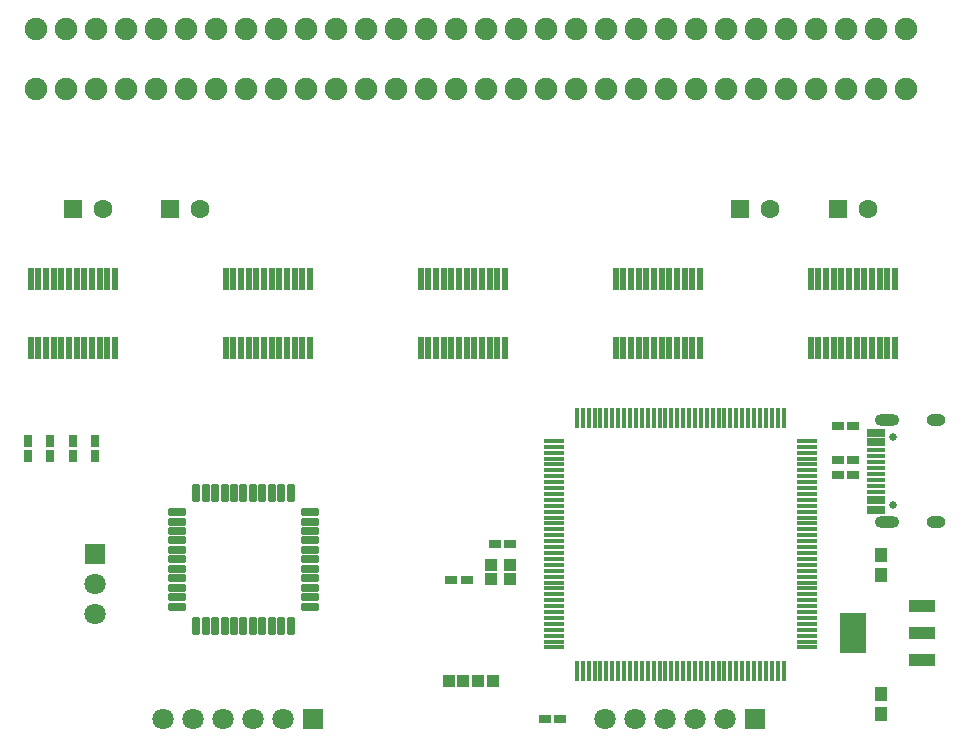
<source format=gbr>
G04 DipTrace 4.0.0.5*
G04 TopMask.gbr*
%MOIN*%
G04 #@! TF.FileFunction,Soldermask,Top*
G04 #@! TF.Part,Single*
%AMOUTLINE1*
4,1,28,
0.005838,-0.028937,
-0.005838,-0.028937,
-0.007649,-0.028699,
-0.009457,-0.02795,
-0.01101,-0.026758,
-0.012202,-0.025205,
-0.01295,-0.023397,
-0.013189,-0.021586,
-0.013189,0.021586,
-0.01295,0.023397,
-0.012202,0.025205,
-0.01101,0.026758,
-0.009457,0.02795,
-0.007649,0.028699,
-0.005838,0.028937,
0.005838,0.028937,
0.007649,0.028699,
0.009457,0.02795,
0.01101,0.026758,
0.012202,0.025205,
0.01295,0.023397,
0.013189,0.021586,
0.013189,-0.021586,
0.01295,-0.023397,
0.012202,-0.025205,
0.01101,-0.026758,
0.009457,-0.02795,
0.007649,-0.028699,
0.005838,-0.028937,
0*%
%AMOUTLINE4*
4,1,28,
0.028937,0.005838,
0.028937,-0.005838,
0.028699,-0.007649,
0.02795,-0.009457,
0.026758,-0.01101,
0.025205,-0.012202,
0.023397,-0.01295,
0.021586,-0.013189,
-0.021586,-0.013189,
-0.023397,-0.01295,
-0.025205,-0.012202,
-0.026758,-0.01101,
-0.02795,-0.009457,
-0.028699,-0.007649,
-0.028937,-0.005838,
-0.028937,0.005838,
-0.028699,0.007649,
-0.02795,0.009457,
-0.026758,0.01101,
-0.025205,0.012202,
-0.023397,0.01295,
-0.021586,0.013189,
0.021586,0.013189,
0.023397,0.01295,
0.025205,0.012202,
0.026758,0.01101,
0.02795,0.009457,
0.028699,0.007649,
0.028937,0.005838,
0*%
%AMOUTLINE7*
4,1,28,
-0.005838,0.028937,
0.005838,0.028937,
0.007649,0.028699,
0.009457,0.02795,
0.01101,0.026758,
0.012202,0.025205,
0.01295,0.023397,
0.013189,0.021586,
0.013189,-0.021586,
0.01295,-0.023397,
0.012202,-0.025205,
0.01101,-0.026758,
0.009457,-0.02795,
0.007649,-0.028699,
0.005838,-0.028937,
-0.005838,-0.028937,
-0.007649,-0.028699,
-0.009457,-0.02795,
-0.01101,-0.026758,
-0.012202,-0.025205,
-0.01295,-0.023397,
-0.013189,-0.021586,
-0.013189,0.021586,
-0.01295,0.023397,
-0.012202,0.025205,
-0.01101,0.026758,
-0.009457,0.02795,
-0.007649,0.028699,
-0.005838,0.028937,
0*%
%AMOUTLINE10*
4,1,28,
-0.028937,-0.005838,
-0.028937,0.005838,
-0.028699,0.007649,
-0.02795,0.009457,
-0.026758,0.01101,
-0.025205,0.012202,
-0.023397,0.01295,
-0.021586,0.013189,
0.021586,0.013189,
0.023397,0.01295,
0.025205,0.012202,
0.026758,0.01101,
0.02795,0.009457,
0.028699,0.007649,
0.028937,0.005838,
0.028937,-0.005838,
0.028699,-0.007649,
0.02795,-0.009457,
0.026758,-0.01101,
0.025205,-0.012202,
0.023397,-0.01295,
0.021586,-0.013189,
-0.021586,-0.013189,
-0.023397,-0.01295,
-0.025205,-0.012202,
-0.026758,-0.01101,
-0.02795,-0.009457,
-0.028699,-0.007649,
-0.028937,-0.005838,
0*%
%ADD24C,0.070866*%
%ADD39C,0.025591*%
%ADD46R,0.043307X0.03937*%
%ADD48R,0.019685X0.074803*%
%ADD50R,0.088583X0.13189*%
%ADD52R,0.088583X0.041339*%
%ADD54R,0.015748X0.066929*%
%ADD56R,0.066929X0.015748*%
%ADD58C,0.062992*%
%ADD59R,0.070866X0.070866*%
%ADD60R,0.062992X0.062992*%
%ADD61O,0.062992X0.03937*%
%ADD63O,0.082677X0.03937*%
%ADD65R,0.061024X0.027559*%
%ADD67R,0.061024X0.015748*%
%ADD69C,0.074803*%
%ADD70R,0.043307X0.043307*%
%ADD74R,0.031496X0.03937*%
%ADD76R,0.043307X0.047244*%
%ADD78R,0.03937X0.031496*%
%ADD86OUTLINE1*%
%ADD89OUTLINE4*%
%ADD92OUTLINE7*%
%ADD95OUTLINE10*%
%FSLAX26Y26*%
G04*
G70*
G90*
G75*
G01*
G04 TopMask*
%LPD*%
D78*
X2124361Y1087748D3*
X2175542D3*
X1980610Y968997D3*
X2031791D3*
D76*
X3412451Y985534D3*
Y1052463D3*
Y589963D3*
Y523034D3*
D58*
X818701Y2206499D3*
D60*
X718701D3*
D58*
X1143701D3*
D60*
X1043701D3*
D58*
X3043701D3*
D60*
X2943701D3*
D58*
X3368701D3*
D60*
X3268701D3*
D70*
X1971459Y631499D3*
X2020672D3*
X2069885D3*
X2119097D3*
D69*
X3494525Y2806499D3*
Y2606499D3*
X3394525Y2806499D3*
Y2606499D3*
X2994525Y2806499D3*
Y2606499D3*
X2894525Y2806499D3*
Y2606499D3*
X2794525Y2806499D3*
Y2606499D3*
X2494525D3*
Y2806499D3*
X2394525D3*
Y2606499D3*
X1994525D3*
X1894525D3*
X1794525D3*
X1694525D3*
X1594525D3*
X594525D3*
X694525D3*
X794525D3*
X894525D3*
X994525D3*
X1094525D3*
X1194525D3*
X1294525D3*
X1394525D3*
X1494525D3*
X1994525Y2806499D3*
X1894525D3*
X1794525D3*
X1694525D3*
X1594525D3*
X1494525D3*
X1394525D3*
X1294525D3*
X1194525D3*
X1094525D3*
X994525D3*
X894525D3*
X794525D3*
X694525D3*
X594525D3*
X2094525Y2606499D3*
Y2806499D3*
X2194525D3*
Y2606499D3*
X2294525Y2806499D3*
Y2606499D3*
X2594525D3*
Y2806499D3*
X2694525D3*
Y2606499D3*
X3094525D3*
Y2806499D3*
X3194525Y2606499D3*
Y2806499D3*
X3294525Y2606499D3*
Y2806499D3*
D67*
X3396999Y1321358D3*
Y1341043D3*
Y1360728D3*
Y1380413D3*
Y1400098D3*
Y1301673D3*
Y1281988D3*
Y1262303D3*
D65*
Y1427657D3*
Y1459154D3*
Y1203248D3*
Y1234744D3*
D63*
X3433022Y1161122D3*
Y1501280D3*
D61*
X3597589Y1161122D3*
Y1501280D3*
D39*
X3453888Y1217421D3*
Y1444980D3*
D59*
X793701Y1056499D3*
D24*
Y956499D3*
Y856499D3*
D59*
X1518701Y506499D3*
D24*
X1418701D3*
X1318701D3*
X1218701D3*
X1118701D3*
X1018701D3*
D59*
X2993702D3*
D24*
X2893702D3*
X2793702D3*
X2693702D3*
X2593702D3*
X2493702D3*
D78*
X2293110D3*
X2344291D3*
X3319291Y1368999D3*
X3268110D3*
X3319291Y1318999D3*
X3268110D3*
X3319291Y1481499D3*
X3268110D3*
D74*
X568702Y1432089D3*
Y1380908D3*
X643701Y1432089D3*
Y1380908D3*
X718701Y1432089D3*
Y1380908D3*
X793701Y1432089D3*
Y1380908D3*
D56*
X2322064Y1432379D3*
Y1412694D3*
Y1393009D3*
Y1373324D3*
Y1353639D3*
Y1333954D3*
Y1314269D3*
Y1294584D3*
Y1274899D3*
Y1255214D3*
Y1235529D3*
Y1215844D3*
Y1196159D3*
Y1176474D3*
Y1156789D3*
Y1137104D3*
Y1117419D3*
Y1097734D3*
Y1078049D3*
Y1058364D3*
Y1038678D3*
Y1018993D3*
Y999308D3*
Y979623D3*
Y959938D3*
Y940253D3*
Y920568D3*
Y900883D3*
Y881198D3*
Y861513D3*
Y841828D3*
Y822143D3*
Y802458D3*
Y782773D3*
Y763088D3*
Y743403D3*
D54*
X2398836Y666631D3*
X2418521D3*
X2438206D3*
X2457891D3*
X2477576D3*
X2497261D3*
X2516946D3*
X2536631D3*
X2556316D3*
X2576001D3*
X2595686D3*
X2615371D3*
X2635056D3*
X2654741D3*
X2674427D3*
X2694112D3*
X2713797D3*
X2733482D3*
X2753167D3*
X2772852D3*
X2792537D3*
X2812222D3*
X2831907D3*
X2851592D3*
X2871277D3*
X2890962D3*
X2910647D3*
X2930332D3*
X2950017D3*
X2969702D3*
X2989387D3*
X3009072D3*
X3028757D3*
X3048442D3*
X3068127D3*
X3087812D3*
D56*
X3164584Y743403D3*
Y763088D3*
Y782773D3*
Y802458D3*
Y822143D3*
Y841828D3*
Y861513D3*
Y881198D3*
Y900883D3*
Y920568D3*
Y940253D3*
Y959938D3*
Y979623D3*
Y999308D3*
Y1018993D3*
Y1038678D3*
Y1058364D3*
Y1078049D3*
Y1097734D3*
Y1117419D3*
Y1137104D3*
Y1156789D3*
Y1176474D3*
Y1196159D3*
Y1215844D3*
Y1235529D3*
Y1255214D3*
Y1274899D3*
Y1294584D3*
Y1314269D3*
Y1333954D3*
Y1353639D3*
Y1373324D3*
Y1393009D3*
Y1412694D3*
Y1432379D3*
D54*
X3087812Y1509151D3*
X3068127D3*
X3048442D3*
X3028757D3*
X3009072D3*
X2989387D3*
X2969702D3*
X2950017D3*
X2930332D3*
X2910647D3*
X2890962D3*
X2871277D3*
X2851592D3*
X2831907D3*
X2812222D3*
X2792537D3*
X2772852D3*
X2753167D3*
X2733482D3*
X2713797D3*
X2694112D3*
X2674427D3*
X2654741D3*
X2635056D3*
X2615371D3*
X2595686D3*
X2576001D3*
X2556316D3*
X2536631D3*
X2516946D3*
X2497261D3*
X2477576D3*
X2457891D3*
X2438206D3*
X2418521D3*
X2398836D3*
D86*
X1444929Y1258612D3*
X1413433D3*
X1381937D3*
X1350441D3*
X1318945D3*
X1287449D3*
X1255953D3*
X1224457D3*
X1192961D3*
X1161465D3*
X1129969D3*
D89*
X1065992Y1194635D3*
Y1163139D3*
Y1131643D3*
Y1100147D3*
Y1068651D3*
Y1037155D3*
Y1005659D3*
Y974163D3*
Y942667D3*
Y911171D3*
Y879675D3*
D92*
X1129969Y815698D3*
X1161465D3*
X1192961D3*
X1224457D3*
X1255953D3*
X1287449D3*
X1318945D3*
X1350441D3*
X1381937D3*
X1413433D3*
X1444929D3*
D95*
X1508906Y879675D3*
Y911171D3*
Y942667D3*
Y974163D3*
Y1005659D3*
Y1037155D3*
Y1068651D3*
Y1100147D3*
Y1131643D3*
Y1163139D3*
Y1194635D3*
D52*
X3548287Y700534D3*
Y791085D3*
Y881636D3*
D50*
X3319941Y791085D3*
D48*
X577953Y1742322D3*
X603543D3*
X629134D3*
X654724D3*
X680315D3*
X705906D3*
X731496D3*
X757087D3*
X782677D3*
X808268D3*
X833858D3*
X859449D3*
Y1970676D3*
X833858Y1970668D3*
X808268D3*
X782677D3*
X757087D3*
X731496D3*
X705906D3*
X680315D3*
X654724D3*
X629134D3*
X603543D3*
X577953D3*
X1227953Y1742322D3*
X1253543D3*
X1279134D3*
X1304724D3*
X1330315D3*
X1355906D3*
X1381496D3*
X1407087D3*
X1432677D3*
X1458268D3*
X1483858D3*
X1509449D3*
Y1970676D3*
X1483858Y1970668D3*
X1458268D3*
X1432677D3*
X1407087D3*
X1381496D3*
X1355906D3*
X1330315D3*
X1304724D3*
X1279134D3*
X1253543D3*
X1227953D3*
X1877953Y1742322D3*
X1903543D3*
X1929134D3*
X1954724D3*
X1980315D3*
X2005906D3*
X2031496D3*
X2057087D3*
X2082677D3*
X2108268D3*
X2133858D3*
X2159449D3*
Y1970676D3*
X2133858Y1970668D3*
X2108268D3*
X2082677D3*
X2057087D3*
X2031496D3*
X2005906D3*
X1980315D3*
X1954724D3*
X1929134D3*
X1903543D3*
X1877953D3*
X2527953Y1742322D3*
X2553543D3*
X2579134D3*
X2604724D3*
X2630315D3*
X2655906D3*
X2681496D3*
X2707087D3*
X2732677D3*
X2758268D3*
X2783858D3*
X2809449D3*
Y1970676D3*
X2783858Y1970668D3*
X2758268D3*
X2732677D3*
X2707087D3*
X2681496D3*
X2655906D3*
X2630315D3*
X2604724D3*
X2579134D3*
X2553543D3*
X2527953D3*
X3177951Y1742322D3*
X3203542D3*
X3229133D3*
X3254723D3*
X3280314D3*
X3305904D3*
X3331495D3*
X3357085D3*
X3382676D3*
X3408266D3*
X3433857D3*
X3459448D3*
Y1970676D3*
X3433857Y1970668D3*
X3408266D3*
X3382676D3*
X3357085D3*
X3331495D3*
X3305904D3*
X3280314D3*
X3254723D3*
X3229133D3*
X3203542D3*
X3177951D3*
D46*
X2112206Y1017621D3*
X2175198D3*
X2112206Y970377D3*
X2175198D3*
M02*

</source>
